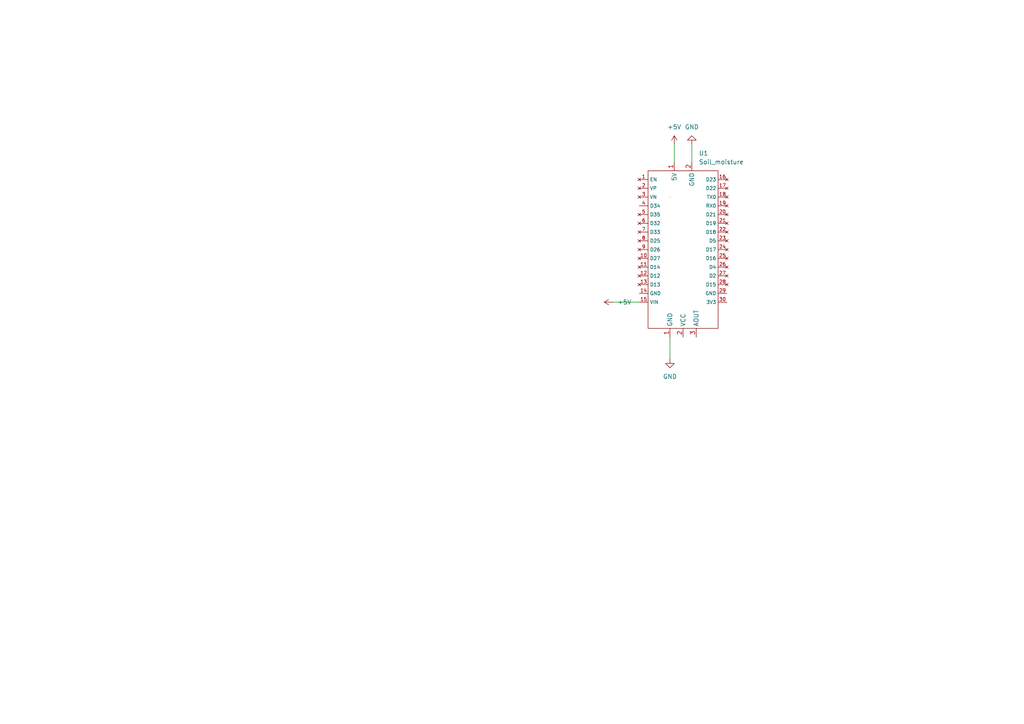
<source format=kicad_sch>
(kicad_sch (version 20211123) (generator eeschema)
  (paper "A4")
  (lib_symbols
    (symbol "Soil moisture:Soil_moisture"
      (property "Reference" "U" (at 0 0 0))
      (property "Value" "Soil_moisture" (at 0 -36.83 0))
      (symbol "Soil_moisture_0_1"
        (rectangle (start -10.16 20.32) (end 10.16 -25.4))
        (rectangle (start -3.81 12.7) (end -3.81 12.7))
      )
      (symbol "Soil_moisture_1_1"
        (pin input line (at -2.54 22.86 270) (length 2.54) (name "5V") (number "1"))
        (pin no_connect line (at -12.7 17.78 0) (length 2.54) (name "EN") (number "1"))
        (pin output line (at -3.81 -27.94 90) (length 2.54) (name "GND") (number "1"))
        (pin no_connect line (at -12.7 -5.08 0) (length 2.54) (name "D27") (number "10"))
        (pin no_connect line (at -12.7 -7.62 0) (length 2.54) (name "D14") (number "11"))
        (pin no_connect line (at -12.7 -10.16 0) (length 2.54) (name "D12") (number "12"))
        (pin no_connect line (at -12.7 -12.7 0) (length 2.54) (name "D13") (number "13"))
        (pin output line (at -12.7 -15.24 0) (length 2.54) (name "GND") (number "14"))
        (pin input line (at -12.7 -17.78 0) (length 2.54) (name "VIN") (number "15"))
        (pin no_connect line (at 12.7 17.78 180) (length 2.54) (name "D23") (number "16"))
        (pin no_connect line (at 12.7 15.24 180) (length 2.54) (name "D22") (number "17"))
        (pin no_connect line (at 12.7 12.7 180) (length 2.54) (name "TX0") (number "18"))
        (pin no_connect line (at 12.7 10.16 180) (length 2.54) (name "RX0") (number "19"))
        (pin input line (at 2.54 22.86 270) (length 2.54) (name "GND") (number "2"))
        (pin output line (at 0 -27.94 90) (length 2.54) (name "VCC") (number "2"))
        (pin no_connect line (at -12.7 15.24 0) (length 2.54) (name "VP") (number "2"))
        (pin no_connect line (at 12.7 7.62 180) (length 2.54) (name "D21") (number "20"))
        (pin no_connect line (at 12.7 5.08 180) (length 2.54) (name "D19") (number "21"))
        (pin no_connect line (at 12.7 2.54 180) (length 2.54) (name "D18") (number "22"))
        (pin no_connect line (at 12.7 0 180) (length 2.54) (name "D5") (number "23"))
        (pin no_connect line (at 12.7 -2.54 180) (length 2.54) (name "D17") (number "24"))
        (pin no_connect line (at 12.7 -5.08 180) (length 2.54) (name "D16") (number "25"))
        (pin no_connect line (at 12.7 -7.62 180) (length 2.54) (name "D4") (number "26"))
        (pin no_connect line (at 12.7 -10.16 180) (length 2.54) (name "D2") (number "27"))
        (pin no_connect line (at 12.7 -12.7 180) (length 2.54) (name "D15") (number "28"))
        (pin output line (at 12.7 -15.24 180) (length 2.54) (name "GND") (number "29"))
        (pin output line (at 3.81 -27.94 90) (length 2.54) (name "AOUT") (number "3"))
        (pin no_connect line (at -12.7 12.7 0) (length 2.54) (name "VN") (number "3"))
        (pin input line (at 12.7 -17.78 180) (length 2.54) (name "3V3") (number "30"))
        (pin input line (at -12.7 10.16 0) (length 2.54) (name "D34") (number "4"))
        (pin no_connect line (at -12.7 7.62 0) (length 2.54) (name "D35") (number "5"))
        (pin no_connect line (at -12.7 5.08 0) (length 2.54) (name "D32") (number "6"))
        (pin no_connect line (at -12.7 2.54 0) (length 2.54) (name "D33") (number "7"))
        (pin no_connect line (at -12.7 0 0) (length 2.54) (name "D25") (number "8"))
        (pin no_connect line (at -12.7 -2.54 0) (length 2.54) (name "D26") (number "9"))
      )
    )
    (symbol "power:+5V" (power) (pin_names (offset 0))
      (property "Value" "+5V" (at 0 3.556 0))
      (symbol "+5V_0_1"
        (polyline (pts (xy -0.762 1.27) (xy 0 2.54)))
        (polyline (pts (xy 0 0) (xy 0 2.54)))
        (polyline (pts (xy 0 2.54) (xy 0.762 1.27)))
      )
      (symbol "+5V_1_1"
        (pin power_in line (at 0 0 90) (length 0) hide (name "+5V") (number "1"))
      )
    )
    (symbol "power:GND" (power) (pin_names (offset 0))
      (property "Value" "GND" (at 0 -3.81 0))
      (symbol "GND_0_1"
        (polyline (pts (xy 0 0) (xy 0 -1.27) (xy 1.27 -1.27) (xy 0 -2.54) (xy -1.27 -1.27) (xy 0 -1.27)))
      )
      (symbol "GND_1_1"
        (pin power_in line (at 0 0 270) (length 0) hide (name "GND") (number "1"))
      )
    )
  )
  (wire (pts (xy 177.8 87.63) (xy 185.42 87.63)))
  (wire (pts (xy 200.66 41.91) (xy 200.66 46.99)))
  (wire (pts (xy 194.31 97.79) (xy 194.31 104.14)))
  (wire (pts (xy 195.58 41.91) (xy 195.58 46.99)))
  (symbol (lib_id "power:+5V") (at 177.8 87.63 90) (unit 1)
    (property "Reference" "#PWR0104" (effects hide))
    (property "Value" "+5V" (at 179.07 87.6299 90) (effects (justify right)))
  )
  (symbol (lib_id "power:+5V") (at 195.58 41.91 0) (unit 1)
    (property "Reference" "#PWR0103" (effects hide))
    (property "Value" "+5V" (at 195.58 36.83 0))
  )
  (symbol (lib_id "Soil moisture:Soil_moisture") (at 198.12 69.85 0) (unit 1)
    (property "Reference" "U1" (at 202.6794 44.45 0) (effects (justify left)))
    (property "Value" "Soil_moisture" (at 202.6794 46.99 0) (effects (justify left)))
    (property "Footprint" "soil moisture:Soil" (effects hide))
  )
  (symbol (lib_id "power:GND") (at 200.66 41.91 180) (unit 1)
    (property "Reference" "#PWR0101" (effects hide))
    (property "Value" "GND" (at 200.66 36.83 0))
  )
  (symbol (lib_id "power:GND") (at 194.31 104.14 0) (unit 1)
    (property "Reference" "#PWR0102" (effects hide))
    (property "Value" "GND" (at 194.31 109.22 0))
  )
)
</source>
